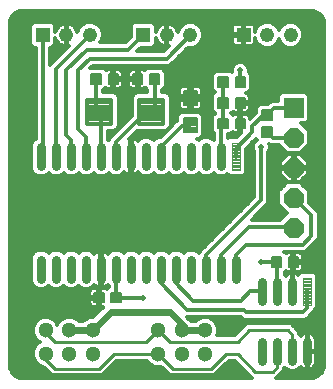
<source format=gtl>
G75*
%MOIN*%
%OFA0B0*%
%FSLAX25Y25*%
%IPPOS*%
%LPD*%
%AMOC8*
5,1,8,0,0,1.08239X$1,22.5*
%
%ADD10R,0.06600X0.06600*%
%ADD11OC8,0.06600*%
%ADD12C,0.00561*%
%ADD13C,0.00750*%
%ADD14C,0.00472*%
%ADD15C,0.03150*%
%ADD16C,0.05118*%
%ADD17R,0.04800X0.04800*%
%ADD18C,0.04800*%
%ADD19C,0.01417*%
%ADD20C,0.01969*%
%ADD21C,0.01200*%
%ADD22C,0.02362*%
%ADD23C,0.01181*%
%ADD24C,0.00984*%
%ADD25C,0.02362*%
D10*
X0113349Y0110626D03*
D11*
X0113349Y0100626D03*
X0113349Y0090626D03*
X0113349Y0080626D03*
X0113349Y0070626D03*
D12*
X0114841Y0057540D02*
X0111661Y0057540D01*
X0111661Y0060720D01*
X0114841Y0060720D01*
X0114841Y0057540D01*
X0114841Y0058100D02*
X0111661Y0058100D01*
X0111661Y0058660D02*
X0114841Y0058660D01*
X0114841Y0059220D02*
X0111661Y0059220D01*
X0111661Y0059780D02*
X0114841Y0059780D01*
X0114841Y0060340D02*
X0111661Y0060340D01*
X0109132Y0057540D02*
X0105952Y0057540D01*
X0105952Y0060720D01*
X0109132Y0060720D01*
X0109132Y0057540D01*
X0109132Y0058100D02*
X0105952Y0058100D01*
X0105952Y0058660D02*
X0109132Y0058660D01*
X0109132Y0059220D02*
X0105952Y0059220D01*
X0105952Y0059780D02*
X0109132Y0059780D01*
X0109132Y0060340D02*
X0105952Y0060340D01*
X0102901Y0100945D02*
X0102901Y0104125D01*
X0106081Y0104125D01*
X0106081Y0100945D01*
X0102901Y0100945D01*
X0102901Y0101505D02*
X0106081Y0101505D01*
X0106081Y0102065D02*
X0102901Y0102065D01*
X0102901Y0102625D02*
X0106081Y0102625D01*
X0106081Y0103185D02*
X0102901Y0103185D01*
X0102901Y0103745D02*
X0106081Y0103745D01*
X0102901Y0106654D02*
X0102901Y0109834D01*
X0106081Y0109834D01*
X0106081Y0106654D01*
X0102901Y0106654D01*
X0102901Y0107214D02*
X0106081Y0107214D01*
X0106081Y0107774D02*
X0102901Y0107774D01*
X0102901Y0108334D02*
X0106081Y0108334D01*
X0106081Y0108894D02*
X0102901Y0108894D01*
X0102901Y0109454D02*
X0106081Y0109454D01*
X0097124Y0113870D02*
X0093944Y0113870D01*
X0097124Y0113870D02*
X0097124Y0110690D01*
X0093944Y0110690D01*
X0093944Y0113870D01*
X0093944Y0111250D02*
X0097124Y0111250D01*
X0097124Y0111810D02*
X0093944Y0111810D01*
X0093944Y0112370D02*
X0097124Y0112370D01*
X0097124Y0112930D02*
X0093944Y0112930D01*
X0093944Y0113490D02*
X0097124Y0113490D01*
X0097124Y0120759D02*
X0093944Y0120759D01*
X0097124Y0120759D02*
X0097124Y0117579D01*
X0093944Y0117579D01*
X0093944Y0120759D01*
X0093944Y0118139D02*
X0097124Y0118139D01*
X0097124Y0118699D02*
X0093944Y0118699D01*
X0093944Y0119259D02*
X0097124Y0119259D01*
X0097124Y0119819D02*
X0093944Y0119819D01*
X0093944Y0120379D02*
X0097124Y0120379D01*
X0091416Y0120759D02*
X0088236Y0120759D01*
X0091416Y0120759D02*
X0091416Y0117579D01*
X0088236Y0117579D01*
X0088236Y0120759D01*
X0088236Y0118139D02*
X0091416Y0118139D01*
X0091416Y0118699D02*
X0088236Y0118699D01*
X0088236Y0119259D02*
X0091416Y0119259D01*
X0091416Y0119819D02*
X0088236Y0119819D01*
X0088236Y0120379D02*
X0091416Y0120379D01*
X0091416Y0113870D02*
X0088236Y0113870D01*
X0091416Y0113870D02*
X0091416Y0110690D01*
X0088236Y0110690D01*
X0088236Y0113870D01*
X0088236Y0111250D02*
X0091416Y0111250D01*
X0091416Y0111810D02*
X0088236Y0111810D01*
X0088236Y0112370D02*
X0091416Y0112370D01*
X0091416Y0112930D02*
X0088236Y0112930D01*
X0088236Y0113490D02*
X0091416Y0113490D01*
X0091416Y0103800D02*
X0088236Y0103800D01*
X0088236Y0106980D01*
X0091416Y0106980D01*
X0091416Y0103800D01*
X0091416Y0104360D02*
X0088236Y0104360D01*
X0088236Y0104920D02*
X0091416Y0104920D01*
X0091416Y0105480D02*
X0088236Y0105480D01*
X0088236Y0106040D02*
X0091416Y0106040D01*
X0091416Y0106600D02*
X0088236Y0106600D01*
X0093944Y0103800D02*
X0097124Y0103800D01*
X0093944Y0103800D02*
X0093944Y0106980D01*
X0097124Y0106980D01*
X0097124Y0103800D01*
X0097124Y0104360D02*
X0093944Y0104360D01*
X0093944Y0104920D02*
X0097124Y0104920D01*
X0097124Y0105480D02*
X0093944Y0105480D01*
X0093944Y0106040D02*
X0097124Y0106040D01*
X0097124Y0106600D02*
X0093944Y0106600D01*
X0068581Y0121744D02*
X0065401Y0121744D01*
X0068581Y0121744D02*
X0068581Y0118564D01*
X0065401Y0118564D01*
X0065401Y0121744D01*
X0065401Y0119124D02*
X0068581Y0119124D01*
X0068581Y0119684D02*
X0065401Y0119684D01*
X0065401Y0120244D02*
X0068581Y0120244D01*
X0068581Y0120804D02*
X0065401Y0120804D01*
X0065401Y0121364D02*
X0068581Y0121364D01*
X0062872Y0121744D02*
X0059692Y0121744D01*
X0062872Y0121744D02*
X0062872Y0118564D01*
X0059692Y0118564D01*
X0059692Y0121744D01*
X0059692Y0119124D02*
X0062872Y0119124D01*
X0062872Y0119684D02*
X0059692Y0119684D01*
X0059692Y0120244D02*
X0062872Y0120244D01*
X0062872Y0120804D02*
X0059692Y0120804D01*
X0059692Y0121364D02*
X0062872Y0121364D01*
X0054802Y0118564D02*
X0051622Y0118564D01*
X0051622Y0121744D01*
X0054802Y0121744D01*
X0054802Y0118564D01*
X0054802Y0119124D02*
X0051622Y0119124D01*
X0051622Y0119684D02*
X0054802Y0119684D01*
X0054802Y0120244D02*
X0051622Y0120244D01*
X0051622Y0120804D02*
X0054802Y0120804D01*
X0054802Y0121364D02*
X0051622Y0121364D01*
X0049093Y0118564D02*
X0045913Y0118564D01*
X0045913Y0121744D01*
X0049093Y0121744D01*
X0049093Y0118564D01*
X0049093Y0119124D02*
X0045913Y0119124D01*
X0045913Y0119684D02*
X0049093Y0119684D01*
X0049093Y0120244D02*
X0045913Y0120244D01*
X0045913Y0120804D02*
X0049093Y0120804D01*
X0049093Y0121364D02*
X0045913Y0121364D01*
X0046897Y0048909D02*
X0050077Y0048909D01*
X0050077Y0045729D01*
X0046897Y0045729D01*
X0046897Y0048909D01*
X0046897Y0046289D02*
X0050077Y0046289D01*
X0050077Y0046849D02*
X0046897Y0046849D01*
X0046897Y0047409D02*
X0050077Y0047409D01*
X0050077Y0047969D02*
X0046897Y0047969D01*
X0046897Y0048529D02*
X0050077Y0048529D01*
X0052606Y0048909D02*
X0055786Y0048909D01*
X0055786Y0045729D01*
X0052606Y0045729D01*
X0052606Y0048909D01*
X0052606Y0046289D02*
X0055786Y0046289D01*
X0055786Y0046849D02*
X0052606Y0046849D01*
X0052606Y0047409D02*
X0055786Y0047409D01*
X0055786Y0047969D02*
X0052606Y0047969D01*
X0052606Y0048529D02*
X0055786Y0048529D01*
D13*
X0076775Y0107152D02*
X0081025Y0107152D01*
X0081025Y0102502D01*
X0076775Y0102502D01*
X0076775Y0107152D01*
X0076775Y0103251D02*
X0081025Y0103251D01*
X0081025Y0104000D02*
X0076775Y0104000D01*
X0076775Y0104749D02*
X0081025Y0104749D01*
X0081025Y0105498D02*
X0076775Y0105498D01*
X0076775Y0106247D02*
X0081025Y0106247D01*
X0081025Y0106996D02*
X0076775Y0106996D01*
X0076775Y0116152D02*
X0081025Y0116152D01*
X0081025Y0111502D01*
X0076775Y0111502D01*
X0076775Y0116152D01*
X0076775Y0112251D02*
X0081025Y0112251D01*
X0081025Y0113000D02*
X0076775Y0113000D01*
X0076775Y0113749D02*
X0081025Y0113749D01*
X0081025Y0114498D02*
X0076775Y0114498D01*
X0076775Y0115247D02*
X0081025Y0115247D01*
X0081025Y0115996D02*
X0076775Y0115996D01*
D14*
X0092790Y0098793D02*
X0092790Y0089817D01*
X0092790Y0098793D02*
X0095468Y0098793D01*
X0095468Y0089817D01*
X0092790Y0089817D01*
X0092790Y0090288D02*
X0095468Y0090288D01*
X0095468Y0090759D02*
X0092790Y0090759D01*
X0092790Y0091230D02*
X0095468Y0091230D01*
X0095468Y0091701D02*
X0092790Y0091701D01*
X0092790Y0092172D02*
X0095468Y0092172D01*
X0095468Y0092643D02*
X0092790Y0092643D01*
X0092790Y0093114D02*
X0095468Y0093114D01*
X0095468Y0093585D02*
X0092790Y0093585D01*
X0092790Y0094056D02*
X0095468Y0094056D01*
X0095468Y0094527D02*
X0092790Y0094527D01*
X0092790Y0094998D02*
X0095468Y0094998D01*
X0095468Y0095469D02*
X0092790Y0095469D01*
X0092790Y0095940D02*
X0095468Y0095940D01*
X0095468Y0096411D02*
X0092790Y0096411D01*
X0092790Y0096882D02*
X0095468Y0096882D01*
X0095468Y0097353D02*
X0092790Y0097353D01*
X0092790Y0097824D02*
X0095468Y0097824D01*
X0095468Y0098295D02*
X0092790Y0098295D01*
X0092790Y0098766D02*
X0095468Y0098766D01*
X0116558Y0053933D02*
X0116558Y0044957D01*
X0116558Y0053933D02*
X0119236Y0053933D01*
X0119236Y0044957D01*
X0116558Y0044957D01*
X0116558Y0045428D02*
X0119236Y0045428D01*
X0119236Y0045899D02*
X0116558Y0045899D01*
X0116558Y0046370D02*
X0119236Y0046370D01*
X0119236Y0046841D02*
X0116558Y0046841D01*
X0116558Y0047312D02*
X0119236Y0047312D01*
X0119236Y0047783D02*
X0116558Y0047783D01*
X0116558Y0048254D02*
X0119236Y0048254D01*
X0119236Y0048725D02*
X0116558Y0048725D01*
X0116558Y0049196D02*
X0119236Y0049196D01*
X0119236Y0049667D02*
X0116558Y0049667D01*
X0116558Y0050138D02*
X0119236Y0050138D01*
X0119236Y0050609D02*
X0116558Y0050609D01*
X0116558Y0051080D02*
X0119236Y0051080D01*
X0119236Y0051551D02*
X0116558Y0051551D01*
X0116558Y0052022D02*
X0119236Y0052022D01*
X0119236Y0052493D02*
X0116558Y0052493D01*
X0116558Y0052964D02*
X0119236Y0052964D01*
X0119236Y0053435D02*
X0116558Y0053435D01*
X0116558Y0053906D02*
X0119236Y0053906D01*
D15*
X0112897Y0052594D02*
X0112897Y0046296D01*
X0107897Y0046296D02*
X0107897Y0052594D01*
X0102897Y0052594D02*
X0102897Y0046296D01*
X0094129Y0053656D02*
X0094129Y0059954D01*
X0089129Y0059954D02*
X0089129Y0053656D01*
X0084129Y0053656D02*
X0084129Y0059954D01*
X0079129Y0059954D02*
X0079129Y0053656D01*
X0074129Y0053656D02*
X0074129Y0059954D01*
X0069129Y0059954D02*
X0069129Y0053656D01*
X0064129Y0053656D02*
X0064129Y0059954D01*
X0059129Y0059954D02*
X0059129Y0053656D01*
X0054129Y0053656D02*
X0054129Y0059954D01*
X0049129Y0059954D02*
X0049129Y0053656D01*
X0044129Y0053656D02*
X0044129Y0059954D01*
X0039129Y0059954D02*
X0039129Y0053656D01*
X0034129Y0053656D02*
X0034129Y0059954D01*
X0029129Y0059954D02*
X0029129Y0053656D01*
X0029129Y0091156D02*
X0029129Y0097454D01*
X0034129Y0097454D02*
X0034129Y0091156D01*
X0039129Y0091156D02*
X0039129Y0097454D01*
X0044129Y0097454D02*
X0044129Y0091156D01*
X0049129Y0091156D02*
X0049129Y0097454D01*
X0054129Y0097454D02*
X0054129Y0091156D01*
X0059129Y0091156D02*
X0059129Y0097454D01*
X0064129Y0097454D02*
X0064129Y0091156D01*
X0069129Y0091156D02*
X0069129Y0097454D01*
X0074129Y0097454D02*
X0074129Y0091156D01*
X0079129Y0091156D02*
X0079129Y0097454D01*
X0084129Y0097454D02*
X0084129Y0091156D01*
X0089129Y0091156D02*
X0089129Y0097454D01*
X0102897Y0032594D02*
X0102897Y0026296D01*
X0107897Y0026296D02*
X0107897Y0032594D01*
X0112897Y0032594D02*
X0112897Y0026296D01*
X0117897Y0026296D02*
X0117897Y0032594D01*
D16*
X0083822Y0036492D03*
X0083822Y0028618D03*
X0075948Y0028618D03*
X0075948Y0036492D03*
X0068074Y0036492D03*
X0068074Y0028618D03*
X0046420Y0028618D03*
X0046420Y0036492D03*
X0038546Y0036492D03*
X0038546Y0028618D03*
X0030672Y0028618D03*
X0030672Y0036492D03*
D17*
X0029688Y0134917D03*
X0063152Y0134917D03*
X0096617Y0134917D03*
D18*
X0104491Y0134917D03*
X0112365Y0134917D03*
X0078900Y0134917D03*
X0071026Y0134917D03*
X0045436Y0134917D03*
X0037562Y0134917D03*
D19*
X0044570Y0113343D02*
X0044570Y0105311D01*
X0044570Y0113343D02*
X0052602Y0113343D01*
X0052602Y0105311D01*
X0044570Y0105311D01*
X0044570Y0106727D02*
X0052602Y0106727D01*
X0052602Y0108143D02*
X0044570Y0108143D01*
X0044570Y0109559D02*
X0052602Y0109559D01*
X0052602Y0110975D02*
X0044570Y0110975D01*
X0044570Y0112391D02*
X0052602Y0112391D01*
X0061892Y0113343D02*
X0061892Y0105311D01*
X0061892Y0113343D02*
X0069924Y0113343D01*
X0069924Y0105311D01*
X0061892Y0105311D01*
X0061892Y0106727D02*
X0069924Y0106727D01*
X0069924Y0108143D02*
X0061892Y0108143D01*
X0061892Y0109559D02*
X0069924Y0109559D01*
X0069924Y0110975D02*
X0061892Y0110975D01*
X0061892Y0112391D02*
X0069924Y0112391D01*
D20*
X0076775Y0085075D03*
X0076775Y0081335D03*
X0076775Y0077594D03*
X0102523Y0059130D03*
X0102523Y0097516D03*
X0098674Y0109140D03*
X0095534Y0123106D03*
X0063152Y0047319D03*
D21*
X0020517Y0021267D02*
X0019385Y0022400D01*
X0018771Y0023880D01*
X0018693Y0024681D01*
X0018693Y0138854D01*
X0018771Y0139655D01*
X0019385Y0141135D01*
X0020517Y0142268D01*
X0021997Y0142881D01*
X0022798Y0142960D01*
X0119255Y0142960D01*
X0120056Y0142881D01*
X0121536Y0142268D01*
X0122668Y0141135D01*
X0123281Y0139655D01*
X0123360Y0138854D01*
X0123360Y0024681D01*
X0123281Y0023880D01*
X0122668Y0022400D01*
X0121536Y0021267D01*
X0120056Y0020654D01*
X0119255Y0020576D01*
X0107564Y0020576D01*
X0108846Y0021857D01*
X0110189Y0023200D01*
X0110189Y0023815D01*
X0110397Y0024023D01*
X0110985Y0023434D01*
X0112225Y0022920D01*
X0113568Y0022920D01*
X0114808Y0023434D01*
X0115688Y0024314D01*
X0116008Y0023994D01*
X0116493Y0023670D01*
X0117033Y0023447D01*
X0117605Y0023333D01*
X0117709Y0023333D01*
X0117709Y0029257D01*
X0118084Y0029257D01*
X0118084Y0023333D01*
X0118188Y0023333D01*
X0118761Y0023447D01*
X0119300Y0023670D01*
X0119785Y0023994D01*
X0120197Y0024407D01*
X0120522Y0024892D01*
X0120745Y0025431D01*
X0120859Y0026004D01*
X0120859Y0029257D01*
X0118084Y0029257D01*
X0118084Y0029632D01*
X0120859Y0029632D01*
X0120859Y0032886D01*
X0120745Y0033459D01*
X0120522Y0033998D01*
X0120197Y0034483D01*
X0119785Y0034895D01*
X0119300Y0035220D01*
X0118761Y0035443D01*
X0118188Y0035557D01*
X0118084Y0035557D01*
X0118084Y0029632D01*
X0117709Y0029632D01*
X0117709Y0035557D01*
X0117605Y0035557D01*
X0117033Y0035443D01*
X0116493Y0035220D01*
X0116008Y0034895D01*
X0115688Y0034575D01*
X0115189Y0035075D01*
X0115189Y0035926D01*
X0113673Y0037442D01*
X0112330Y0038784D01*
X0097636Y0038784D01*
X0093699Y0034847D01*
X0087859Y0034847D01*
X0088181Y0035625D01*
X0088181Y0037359D01*
X0087517Y0038961D01*
X0086291Y0040188D01*
X0084689Y0040851D01*
X0082955Y0040851D01*
X0081353Y0040188D01*
X0080638Y0039473D01*
X0079131Y0039473D01*
X0078489Y0040116D01*
X0078475Y0040149D01*
X0077636Y0040988D01*
X0077633Y0040991D01*
X0095627Y0040991D01*
X0096247Y0040371D01*
X0097126Y0040007D01*
X0116778Y0040007D01*
X0117656Y0040371D01*
X0118329Y0041043D01*
X0118329Y0041044D01*
X0119251Y0041966D01*
X0119923Y0042638D01*
X0120040Y0042920D01*
X0120079Y0042920D01*
X0121271Y0044113D01*
X0121271Y0054777D01*
X0120079Y0055969D01*
X0115715Y0055969D01*
X0114698Y0054953D01*
X0114300Y0055220D01*
X0113761Y0055443D01*
X0113188Y0055557D01*
X0113084Y0055557D01*
X0113084Y0049632D01*
X0112709Y0049632D01*
X0112709Y0055557D01*
X0112605Y0055557D01*
X0112033Y0055443D01*
X0111493Y0055220D01*
X0111008Y0054895D01*
X0110688Y0054575D01*
X0110287Y0054977D01*
X0110287Y0055753D01*
X0110702Y0056168D01*
X0111018Y0055986D01*
X0111442Y0055872D01*
X0112916Y0055872D01*
X0112916Y0058795D01*
X0113586Y0058795D01*
X0113586Y0059465D01*
X0116508Y0059465D01*
X0116508Y0060939D01*
X0116395Y0061363D01*
X0116175Y0061744D01*
X0115865Y0062054D01*
X0115484Y0062274D01*
X0115060Y0062387D01*
X0113586Y0062387D01*
X0113586Y0059465D01*
X0112916Y0059465D01*
X0112916Y0062387D01*
X0111442Y0062387D01*
X0111018Y0062274D01*
X0110702Y0062092D01*
X0110149Y0062645D01*
X0116778Y0062645D01*
X0117656Y0063009D01*
X0120609Y0065962D01*
X0121281Y0066634D01*
X0121645Y0067513D01*
X0121645Y0075196D01*
X0121281Y0076075D01*
X0118449Y0078907D01*
X0118449Y0082738D01*
X0115462Y0085726D01*
X0111237Y0085726D01*
X0108249Y0082738D01*
X0108249Y0078513D01*
X0111137Y0075626D01*
X0108842Y0073331D01*
X0099436Y0073331D01*
X0103877Y0077773D01*
X0104549Y0078445D01*
X0104913Y0079324D01*
X0104913Y0096011D01*
X0105307Y0096962D01*
X0105307Y0098070D01*
X0105096Y0098579D01*
X0105925Y0098235D01*
X0108527Y0098235D01*
X0111237Y0095526D01*
X0115462Y0095526D01*
X0118449Y0098513D01*
X0118449Y0102738D01*
X0115662Y0105526D01*
X0117395Y0105526D01*
X0118449Y0106580D01*
X0118449Y0114672D01*
X0117395Y0115726D01*
X0109304Y0115726D01*
X0108249Y0114672D01*
X0108249Y0113017D01*
X0106397Y0113017D01*
X0105519Y0112653D01*
X0104780Y0111914D01*
X0102040Y0111914D01*
X0100821Y0110695D01*
X0100821Y0109037D01*
X0098792Y0107008D01*
X0098792Y0107199D01*
X0098678Y0107623D01*
X0098459Y0108003D01*
X0098148Y0108314D01*
X0097768Y0108534D01*
X0097344Y0108647D01*
X0095869Y0108647D01*
X0095869Y0105725D01*
X0095199Y0105725D01*
X0095199Y0108647D01*
X0093725Y0108647D01*
X0093301Y0108534D01*
X0092985Y0108351D01*
X0092502Y0108835D01*
X0092985Y0109318D01*
X0093301Y0109136D01*
X0093725Y0109022D01*
X0095199Y0109022D01*
X0095199Y0111944D01*
X0095869Y0111944D01*
X0095869Y0109022D01*
X0097344Y0109022D01*
X0097768Y0109136D01*
X0098148Y0109355D01*
X0098459Y0109666D01*
X0098678Y0110046D01*
X0098792Y0110470D01*
X0098792Y0111944D01*
X0095869Y0111944D01*
X0095869Y0112615D01*
X0098792Y0112615D01*
X0098792Y0114089D01*
X0098678Y0114513D01*
X0098459Y0114893D01*
X0098148Y0115204D01*
X0097768Y0115423D01*
X0097484Y0115499D01*
X0097986Y0115499D01*
X0099204Y0116718D01*
X0099204Y0121621D01*
X0098305Y0122520D01*
X0098319Y0122552D01*
X0098319Y0123660D01*
X0097895Y0124683D01*
X0097111Y0125467D01*
X0096088Y0125891D01*
X0094981Y0125891D01*
X0093957Y0125467D01*
X0093174Y0124683D01*
X0092750Y0123660D01*
X0092750Y0122552D01*
X0092764Y0122520D01*
X0092680Y0122436D01*
X0092277Y0122839D01*
X0087374Y0122839D01*
X0086156Y0121621D01*
X0086156Y0116718D01*
X0087149Y0115724D01*
X0086156Y0114731D01*
X0086156Y0109828D01*
X0087149Y0108835D01*
X0086156Y0107841D01*
X0086156Y0102938D01*
X0086738Y0102356D01*
X0086738Y0099837D01*
X0086629Y0099727D01*
X0086041Y0100316D01*
X0084800Y0100830D01*
X0083458Y0100830D01*
X0082217Y0100316D01*
X0081629Y0099727D01*
X0081041Y0100316D01*
X0081014Y0100327D01*
X0081926Y0100327D01*
X0083200Y0101601D01*
X0083200Y0108053D01*
X0081926Y0109327D01*
X0075875Y0109327D01*
X0074600Y0108053D01*
X0074600Y0106435D01*
X0074594Y0106432D01*
X0073921Y0105760D01*
X0068991Y0100830D01*
X0068458Y0100830D01*
X0067217Y0100316D01*
X0066629Y0099727D01*
X0066041Y0100316D01*
X0064800Y0100830D01*
X0063458Y0100830D01*
X0062217Y0100316D01*
X0061337Y0099436D01*
X0061017Y0099756D01*
X0060532Y0100080D01*
X0059993Y0100303D01*
X0059421Y0100417D01*
X0059316Y0100417D01*
X0059316Y0094493D01*
X0058941Y0094493D01*
X0058941Y0100417D01*
X0058837Y0100417D01*
X0058551Y0100360D01*
X0061110Y0102920D01*
X0061394Y0102802D01*
X0070423Y0102802D01*
X0071345Y0103184D01*
X0072051Y0103890D01*
X0072433Y0104812D01*
X0072433Y0113842D01*
X0072051Y0114764D01*
X0071345Y0115469D01*
X0070423Y0115851D01*
X0069382Y0115851D01*
X0069382Y0116483D01*
X0069442Y0116483D01*
X0070661Y0117702D01*
X0070661Y0122605D01*
X0069442Y0123824D01*
X0064540Y0123824D01*
X0063831Y0123115D01*
X0063516Y0123297D01*
X0063092Y0123411D01*
X0061617Y0123411D01*
X0061617Y0120489D01*
X0060947Y0120489D01*
X0060947Y0123411D01*
X0059473Y0123411D01*
X0059049Y0123297D01*
X0058669Y0123078D01*
X0058358Y0122767D01*
X0058139Y0122387D01*
X0058025Y0121963D01*
X0058025Y0120489D01*
X0060947Y0120489D01*
X0060947Y0119818D01*
X0061617Y0119818D01*
X0061617Y0116896D01*
X0063092Y0116896D01*
X0063516Y0117010D01*
X0063831Y0117192D01*
X0064540Y0116483D01*
X0064600Y0116483D01*
X0064600Y0115851D01*
X0061394Y0115851D01*
X0060472Y0115469D01*
X0059766Y0114764D01*
X0059384Y0113842D01*
X0059384Y0107955D01*
X0052102Y0100673D01*
X0051768Y0099867D01*
X0051629Y0099727D01*
X0051519Y0099837D01*
X0051519Y0102802D01*
X0053100Y0102802D01*
X0054022Y0103184D01*
X0054728Y0103890D01*
X0055110Y0104812D01*
X0055110Y0113842D01*
X0054728Y0114764D01*
X0054022Y0115469D01*
X0053100Y0115851D01*
X0049893Y0115851D01*
X0049893Y0116483D01*
X0049954Y0116483D01*
X0050663Y0117192D01*
X0050978Y0117010D01*
X0051402Y0116896D01*
X0052876Y0116896D01*
X0052876Y0119818D01*
X0053547Y0119818D01*
X0053547Y0120489D01*
X0052876Y0120489D01*
X0052876Y0123411D01*
X0051402Y0123411D01*
X0050978Y0123297D01*
X0050663Y0123115D01*
X0049954Y0123824D01*
X0045597Y0123824D01*
X0046426Y0124653D01*
X0071502Y0124653D01*
X0072381Y0125017D01*
X0078081Y0130717D01*
X0079736Y0130717D01*
X0081280Y0131357D01*
X0082461Y0132538D01*
X0083100Y0134082D01*
X0083100Y0135753D01*
X0082461Y0137296D01*
X0081280Y0138478D01*
X0079736Y0139117D01*
X0078065Y0139117D01*
X0076521Y0138478D01*
X0075340Y0137296D01*
X0074715Y0135788D01*
X0074668Y0136022D01*
X0074383Y0136711D01*
X0073968Y0137332D01*
X0073441Y0137859D01*
X0072820Y0138274D01*
X0072131Y0138559D01*
X0071399Y0138705D01*
X0071226Y0138705D01*
X0071226Y0135117D01*
X0070826Y0135117D01*
X0070826Y0138705D01*
X0070653Y0138705D01*
X0069922Y0138559D01*
X0069232Y0138274D01*
X0068612Y0137859D01*
X0068085Y0137332D01*
X0067670Y0136711D01*
X0067385Y0136022D01*
X0067352Y0135860D01*
X0067352Y0138063D01*
X0066298Y0139117D01*
X0060007Y0139117D01*
X0058952Y0138063D01*
X0058952Y0134098D01*
X0057241Y0132387D01*
X0048845Y0132387D01*
X0048997Y0132538D01*
X0049636Y0134082D01*
X0049636Y0135753D01*
X0048997Y0137296D01*
X0047815Y0138478D01*
X0046271Y0139117D01*
X0044600Y0139117D01*
X0043057Y0138478D01*
X0041875Y0137296D01*
X0041250Y0135788D01*
X0041204Y0136022D01*
X0040918Y0136711D01*
X0040504Y0137332D01*
X0039976Y0137859D01*
X0039356Y0138274D01*
X0038667Y0138559D01*
X0037935Y0138705D01*
X0037762Y0138705D01*
X0037762Y0135117D01*
X0037362Y0135117D01*
X0037362Y0138705D01*
X0037189Y0138705D01*
X0036457Y0138559D01*
X0035768Y0138274D01*
X0035148Y0137859D01*
X0034620Y0137332D01*
X0034206Y0136711D01*
X0033920Y0136022D01*
X0033888Y0135860D01*
X0033888Y0138063D01*
X0032833Y0139117D01*
X0026542Y0139117D01*
X0025488Y0138063D01*
X0025488Y0131772D01*
X0026542Y0130717D01*
X0027297Y0130717D01*
X0027297Y0100349D01*
X0027217Y0100316D01*
X0026268Y0099366D01*
X0025754Y0098126D01*
X0025754Y0090484D01*
X0026268Y0089244D01*
X0027217Y0088294D01*
X0028458Y0087781D01*
X0029800Y0087781D01*
X0031041Y0088294D01*
X0031629Y0088883D01*
X0032217Y0088294D01*
X0033458Y0087781D01*
X0034800Y0087781D01*
X0036041Y0088294D01*
X0036629Y0088883D01*
X0037217Y0088294D01*
X0038458Y0087781D01*
X0039800Y0087781D01*
X0041041Y0088294D01*
X0041629Y0088883D01*
X0042217Y0088294D01*
X0043458Y0087781D01*
X0044800Y0087781D01*
X0046041Y0088294D01*
X0046629Y0088883D01*
X0047217Y0088294D01*
X0048458Y0087781D01*
X0049800Y0087781D01*
X0051041Y0088294D01*
X0051629Y0088883D01*
X0052217Y0088294D01*
X0053458Y0087781D01*
X0054800Y0087781D01*
X0056041Y0088294D01*
X0056921Y0089175D01*
X0057241Y0088855D01*
X0057726Y0088530D01*
X0058265Y0088307D01*
X0058837Y0088193D01*
X0058941Y0088193D01*
X0058941Y0094118D01*
X0059316Y0094118D01*
X0059316Y0088193D01*
X0059421Y0088193D01*
X0059993Y0088307D01*
X0060532Y0088530D01*
X0061017Y0088855D01*
X0061337Y0089175D01*
X0062217Y0088294D01*
X0063458Y0087781D01*
X0064800Y0087781D01*
X0066041Y0088294D01*
X0066629Y0088883D01*
X0067217Y0088294D01*
X0068458Y0087781D01*
X0069800Y0087781D01*
X0071041Y0088294D01*
X0071629Y0088883D01*
X0072217Y0088294D01*
X0073458Y0087781D01*
X0074800Y0087781D01*
X0076041Y0088294D01*
X0076629Y0088883D01*
X0077217Y0088294D01*
X0078458Y0087781D01*
X0079800Y0087781D01*
X0081041Y0088294D01*
X0081629Y0088883D01*
X0082217Y0088294D01*
X0083458Y0087781D01*
X0084800Y0087781D01*
X0086041Y0088294D01*
X0086629Y0088883D01*
X0087217Y0088294D01*
X0088458Y0087781D01*
X0089800Y0087781D01*
X0091041Y0088294D01*
X0091237Y0088491D01*
X0091947Y0087781D01*
X0096311Y0087781D01*
X0097504Y0088973D01*
X0097504Y0096990D01*
X0100821Y0100307D01*
X0100821Y0100084D01*
X0101004Y0099901D01*
X0100945Y0099876D01*
X0100162Y0099093D01*
X0099738Y0098070D01*
X0099738Y0096962D01*
X0100132Y0096011D01*
X0100132Y0080789D01*
X0082102Y0062760D01*
X0082061Y0062659D01*
X0081629Y0062227D01*
X0081041Y0062816D01*
X0079800Y0063330D01*
X0078458Y0063330D01*
X0077217Y0062816D01*
X0076629Y0062227D01*
X0076041Y0062816D01*
X0074800Y0063330D01*
X0073458Y0063330D01*
X0072217Y0062816D01*
X0071629Y0062227D01*
X0071041Y0062816D01*
X0069800Y0063330D01*
X0068458Y0063330D01*
X0067217Y0062816D01*
X0066629Y0062227D01*
X0066041Y0062816D01*
X0064800Y0063330D01*
X0063458Y0063330D01*
X0062217Y0062816D01*
X0061629Y0062227D01*
X0061041Y0062816D01*
X0059800Y0063330D01*
X0058458Y0063330D01*
X0057217Y0062816D01*
X0056629Y0062227D01*
X0056041Y0062816D01*
X0054800Y0063330D01*
X0053458Y0063330D01*
X0052217Y0062816D01*
X0051337Y0061936D01*
X0051017Y0062256D01*
X0050532Y0062580D01*
X0049993Y0062803D01*
X0049421Y0062917D01*
X0049316Y0062917D01*
X0049316Y0056993D01*
X0048941Y0056993D01*
X0048941Y0062917D01*
X0048837Y0062917D01*
X0048265Y0062803D01*
X0047726Y0062580D01*
X0047241Y0062256D01*
X0046921Y0061936D01*
X0046041Y0062816D01*
X0044800Y0063330D01*
X0043458Y0063330D01*
X0042217Y0062816D01*
X0041629Y0062227D01*
X0041041Y0062816D01*
X0039800Y0063330D01*
X0038458Y0063330D01*
X0037217Y0062816D01*
X0036629Y0062227D01*
X0036041Y0062816D01*
X0034800Y0063330D01*
X0033458Y0063330D01*
X0032217Y0062816D01*
X0031629Y0062227D01*
X0031041Y0062816D01*
X0029800Y0063330D01*
X0028458Y0063330D01*
X0027217Y0062816D01*
X0026268Y0061866D01*
X0025754Y0060626D01*
X0025754Y0052984D01*
X0026268Y0051744D01*
X0027217Y0050794D01*
X0028458Y0050281D01*
X0029800Y0050281D01*
X0031041Y0050794D01*
X0031629Y0051383D01*
X0032217Y0050794D01*
X0033458Y0050281D01*
X0034800Y0050281D01*
X0036041Y0050794D01*
X0036629Y0051383D01*
X0037217Y0050794D01*
X0038458Y0050281D01*
X0039800Y0050281D01*
X0041041Y0050794D01*
X0041629Y0051383D01*
X0042217Y0050794D01*
X0043458Y0050281D01*
X0044800Y0050281D01*
X0046041Y0050794D01*
X0046921Y0051675D01*
X0047241Y0051355D01*
X0047726Y0051030D01*
X0048265Y0050807D01*
X0048837Y0050693D01*
X0048941Y0050693D01*
X0048941Y0056618D01*
X0049316Y0056618D01*
X0049316Y0050693D01*
X0049421Y0050693D01*
X0049993Y0050807D01*
X0050532Y0051030D01*
X0051017Y0051355D01*
X0051337Y0051675D01*
X0051805Y0051206D01*
X0051805Y0050989D01*
X0051744Y0050989D01*
X0051036Y0050281D01*
X0050720Y0050463D01*
X0050296Y0050576D01*
X0048822Y0050576D01*
X0048822Y0047654D01*
X0048152Y0047654D01*
X0048152Y0050576D01*
X0046678Y0050576D01*
X0046254Y0050463D01*
X0045873Y0050243D01*
X0045563Y0049933D01*
X0045343Y0049552D01*
X0045230Y0049128D01*
X0045230Y0047654D01*
X0048152Y0047654D01*
X0048152Y0046984D01*
X0045230Y0046984D01*
X0045230Y0045510D01*
X0045343Y0045086D01*
X0045563Y0044705D01*
X0045873Y0044395D01*
X0046254Y0044175D01*
X0046678Y0044061D01*
X0048152Y0044061D01*
X0048152Y0046984D01*
X0048822Y0046984D01*
X0048822Y0044061D01*
X0049774Y0044061D01*
X0046563Y0040851D01*
X0045553Y0040851D01*
X0043951Y0040188D01*
X0043237Y0039473D01*
X0041730Y0039473D01*
X0041015Y0040188D01*
X0039413Y0040851D01*
X0037679Y0040851D01*
X0036077Y0040188D01*
X0034851Y0038961D01*
X0034609Y0038378D01*
X0034368Y0038961D01*
X0033141Y0040188D01*
X0031539Y0040851D01*
X0029805Y0040851D01*
X0028203Y0040188D01*
X0026977Y0038961D01*
X0026313Y0037359D01*
X0026313Y0035625D01*
X0026977Y0034023D01*
X0028203Y0032797D01*
X0028786Y0032555D01*
X0028203Y0032314D01*
X0026977Y0031087D01*
X0026313Y0029485D01*
X0026313Y0027751D01*
X0026977Y0026149D01*
X0028203Y0024923D01*
X0029805Y0024259D01*
X0029821Y0024259D01*
X0031333Y0022747D01*
X0032675Y0021405D01*
X0049338Y0021405D01*
X0050681Y0022747D01*
X0054259Y0026326D01*
X0064305Y0026326D01*
X0064378Y0026149D01*
X0065605Y0024923D01*
X0067207Y0024259D01*
X0068941Y0024259D01*
X0069118Y0024332D01*
X0070703Y0022747D01*
X0072046Y0021405D01*
X0086740Y0021405D01*
X0091661Y0026326D01*
X0093699Y0026326D01*
X0098262Y0021763D01*
X0099450Y0020576D01*
X0022798Y0020576D01*
X0021997Y0020654D01*
X0020517Y0021267D01*
X0020746Y0021173D02*
X0098852Y0021173D01*
X0097654Y0022371D02*
X0087706Y0022371D01*
X0088905Y0023570D02*
X0096455Y0023570D01*
X0095257Y0024768D02*
X0090103Y0024768D01*
X0091302Y0025967D02*
X0094058Y0025967D01*
X0094407Y0035555D02*
X0088152Y0035555D01*
X0088181Y0036753D02*
X0095605Y0036753D01*
X0096804Y0037952D02*
X0087935Y0037952D01*
X0087328Y0039150D02*
X0123360Y0039150D01*
X0123360Y0037952D02*
X0113163Y0037952D01*
X0114361Y0036753D02*
X0123360Y0036753D01*
X0123360Y0035555D02*
X0118198Y0035555D01*
X0118084Y0035555D02*
X0117709Y0035555D01*
X0117595Y0035555D02*
X0115189Y0035555D01*
X0117709Y0034356D02*
X0118084Y0034356D01*
X0118084Y0033158D02*
X0117709Y0033158D01*
X0117709Y0031959D02*
X0118084Y0031959D01*
X0118084Y0030761D02*
X0117709Y0030761D01*
X0118084Y0029562D02*
X0123360Y0029562D01*
X0123360Y0028364D02*
X0120859Y0028364D01*
X0120859Y0027165D02*
X0123360Y0027165D01*
X0123360Y0025967D02*
X0120851Y0025967D01*
X0120439Y0024768D02*
X0123360Y0024768D01*
X0123153Y0023570D02*
X0119057Y0023570D01*
X0118084Y0023570D02*
X0117709Y0023570D01*
X0116736Y0023570D02*
X0114944Y0023570D01*
X0117709Y0024768D02*
X0118084Y0024768D01*
X0118084Y0025967D02*
X0117709Y0025967D01*
X0117709Y0027165D02*
X0118084Y0027165D01*
X0118084Y0028364D02*
X0117709Y0028364D01*
X0120859Y0030761D02*
X0123360Y0030761D01*
X0123360Y0031959D02*
X0120859Y0031959D01*
X0120805Y0033158D02*
X0123360Y0033158D01*
X0123360Y0034356D02*
X0120282Y0034356D01*
X0117603Y0040349D02*
X0123360Y0040349D01*
X0123360Y0041547D02*
X0118832Y0041547D01*
X0119251Y0041966D02*
X0119251Y0041966D01*
X0119968Y0042746D02*
X0123360Y0042746D01*
X0123360Y0043944D02*
X0121102Y0043944D01*
X0121271Y0045143D02*
X0123360Y0045143D01*
X0123360Y0046341D02*
X0121271Y0046341D01*
X0121271Y0047540D02*
X0123360Y0047540D01*
X0123360Y0048738D02*
X0121271Y0048738D01*
X0121271Y0049937D02*
X0123360Y0049937D01*
X0123360Y0051135D02*
X0121271Y0051135D01*
X0121271Y0052334D02*
X0123360Y0052334D01*
X0123360Y0053532D02*
X0121271Y0053532D01*
X0121271Y0054731D02*
X0123360Y0054731D01*
X0123360Y0055929D02*
X0120118Y0055929D01*
X0123360Y0057128D02*
X0116457Y0057128D01*
X0116508Y0057321D02*
X0116508Y0058795D01*
X0113586Y0058795D01*
X0113586Y0055872D01*
X0115060Y0055872D01*
X0115484Y0055986D01*
X0115865Y0056206D01*
X0116175Y0056516D01*
X0116395Y0056897D01*
X0116508Y0057321D01*
X0116508Y0058326D02*
X0123360Y0058326D01*
X0123360Y0059525D02*
X0116508Y0059525D01*
X0116508Y0060723D02*
X0123360Y0060723D01*
X0123360Y0061922D02*
X0115997Y0061922D01*
X0117768Y0063121D02*
X0123360Y0063121D01*
X0123360Y0064319D02*
X0118966Y0064319D01*
X0120165Y0065518D02*
X0123360Y0065518D01*
X0123360Y0066716D02*
X0121315Y0066716D01*
X0121645Y0067915D02*
X0123360Y0067915D01*
X0123360Y0069113D02*
X0121645Y0069113D01*
X0121645Y0070312D02*
X0123360Y0070312D01*
X0123360Y0071510D02*
X0121645Y0071510D01*
X0121645Y0072709D02*
X0123360Y0072709D01*
X0123360Y0073907D02*
X0121645Y0073907D01*
X0121645Y0075106D02*
X0123360Y0075106D01*
X0123360Y0076304D02*
X0121052Y0076304D01*
X0119853Y0077503D02*
X0123360Y0077503D01*
X0123360Y0078701D02*
X0118655Y0078701D01*
X0118449Y0079900D02*
X0123360Y0079900D01*
X0123360Y0081098D02*
X0118449Y0081098D01*
X0118449Y0082297D02*
X0123360Y0082297D01*
X0123360Y0083495D02*
X0117693Y0083495D01*
X0116494Y0084694D02*
X0123360Y0084694D01*
X0123360Y0085892D02*
X0104913Y0085892D01*
X0104913Y0084694D02*
X0110205Y0084694D01*
X0109006Y0083495D02*
X0104913Y0083495D01*
X0104913Y0082297D02*
X0108249Y0082297D01*
X0108249Y0081098D02*
X0104913Y0081098D01*
X0104913Y0079900D02*
X0108249Y0079900D01*
X0108249Y0078701D02*
X0104655Y0078701D01*
X0103607Y0077503D02*
X0109260Y0077503D01*
X0110459Y0076304D02*
X0102408Y0076304D01*
X0101210Y0075106D02*
X0110616Y0075106D01*
X0109418Y0073907D02*
X0100011Y0073907D01*
X0096845Y0077503D02*
X0018693Y0077503D01*
X0018693Y0078701D02*
X0098044Y0078701D01*
X0099242Y0079900D02*
X0018693Y0079900D01*
X0018693Y0081098D02*
X0100132Y0081098D01*
X0100132Y0082297D02*
X0018693Y0082297D01*
X0018693Y0083495D02*
X0100132Y0083495D01*
X0100132Y0084694D02*
X0018693Y0084694D01*
X0018693Y0085892D02*
X0100132Y0085892D01*
X0100132Y0087091D02*
X0018693Y0087091D01*
X0018693Y0088289D02*
X0027230Y0088289D01*
X0026167Y0089488D02*
X0018693Y0089488D01*
X0018693Y0090686D02*
X0025754Y0090686D01*
X0025754Y0091885D02*
X0018693Y0091885D01*
X0018693Y0093083D02*
X0025754Y0093083D01*
X0025754Y0094282D02*
X0018693Y0094282D01*
X0018693Y0095480D02*
X0025754Y0095480D01*
X0025754Y0096679D02*
X0018693Y0096679D01*
X0018693Y0097877D02*
X0025754Y0097877D01*
X0026147Y0099076D02*
X0018693Y0099076D01*
X0018693Y0100274D02*
X0027176Y0100274D01*
X0027297Y0101473D02*
X0018693Y0101473D01*
X0018693Y0102671D02*
X0027297Y0102671D01*
X0027297Y0103870D02*
X0018693Y0103870D01*
X0018693Y0105068D02*
X0027297Y0105068D01*
X0027297Y0106267D02*
X0018693Y0106267D01*
X0018693Y0107465D02*
X0027297Y0107465D01*
X0027297Y0108664D02*
X0018693Y0108664D01*
X0018693Y0109862D02*
X0027297Y0109862D01*
X0027297Y0111061D02*
X0018693Y0111061D01*
X0018693Y0112259D02*
X0027297Y0112259D01*
X0027297Y0113458D02*
X0018693Y0113458D01*
X0018693Y0114656D02*
X0027297Y0114656D01*
X0027297Y0115855D02*
X0018693Y0115855D01*
X0018693Y0117054D02*
X0027297Y0117054D01*
X0027297Y0118252D02*
X0018693Y0118252D01*
X0018693Y0119451D02*
X0027297Y0119451D01*
X0027297Y0120649D02*
X0018693Y0120649D01*
X0018693Y0121848D02*
X0027297Y0121848D01*
X0027297Y0123046D02*
X0018693Y0123046D01*
X0018693Y0124245D02*
X0027297Y0124245D01*
X0027297Y0125443D02*
X0018693Y0125443D01*
X0018693Y0126642D02*
X0027297Y0126642D01*
X0027297Y0127840D02*
X0018693Y0127840D01*
X0018693Y0129039D02*
X0027297Y0129039D01*
X0027297Y0130237D02*
X0018693Y0130237D01*
X0018693Y0131436D02*
X0025824Y0131436D01*
X0025488Y0132634D02*
X0018693Y0132634D01*
X0018693Y0133833D02*
X0025488Y0133833D01*
X0025488Y0135031D02*
X0018693Y0135031D01*
X0018693Y0136230D02*
X0025488Y0136230D01*
X0025488Y0137428D02*
X0018693Y0137428D01*
X0018693Y0138627D02*
X0026052Y0138627D01*
X0020472Y0142222D02*
X0121581Y0142222D01*
X0122715Y0141024D02*
X0019338Y0141024D01*
X0018842Y0139825D02*
X0123211Y0139825D01*
X0123360Y0138627D02*
X0114385Y0138627D01*
X0114744Y0138478D02*
X0113200Y0139117D01*
X0111530Y0139117D01*
X0109986Y0138478D01*
X0108804Y0137296D01*
X0108428Y0136388D01*
X0108052Y0137296D01*
X0106870Y0138478D01*
X0105326Y0139117D01*
X0103656Y0139117D01*
X0102112Y0138478D01*
X0100930Y0137296D01*
X0100404Y0136026D01*
X0100404Y0137500D01*
X0100310Y0137853D01*
X0100127Y0138169D01*
X0099869Y0138428D01*
X0099553Y0138610D01*
X0099200Y0138705D01*
X0096817Y0138705D01*
X0096817Y0135117D01*
X0096417Y0135117D01*
X0096417Y0134717D01*
X0096817Y0134717D01*
X0096817Y0131130D01*
X0099200Y0131130D01*
X0099553Y0131224D01*
X0099869Y0131407D01*
X0100127Y0131665D01*
X0100310Y0131982D01*
X0100404Y0132335D01*
X0100404Y0133808D01*
X0100930Y0132538D01*
X0102112Y0131357D01*
X0103656Y0130717D01*
X0105326Y0130717D01*
X0106870Y0131357D01*
X0108052Y0132538D01*
X0108428Y0133447D01*
X0108804Y0132538D01*
X0109986Y0131357D01*
X0111530Y0130717D01*
X0113200Y0130717D01*
X0114744Y0131357D01*
X0115926Y0132538D01*
X0116565Y0134082D01*
X0116565Y0135753D01*
X0115926Y0137296D01*
X0114744Y0138478D01*
X0115794Y0137428D02*
X0123360Y0137428D01*
X0123360Y0136230D02*
X0116367Y0136230D01*
X0116565Y0135031D02*
X0123360Y0135031D01*
X0123360Y0133833D02*
X0116462Y0133833D01*
X0115965Y0132634D02*
X0123360Y0132634D01*
X0123360Y0131436D02*
X0114823Y0131436D01*
X0109907Y0131436D02*
X0106949Y0131436D01*
X0108091Y0132634D02*
X0108765Y0132634D01*
X0108936Y0137428D02*
X0107920Y0137428D01*
X0106511Y0138627D02*
X0110345Y0138627D01*
X0102471Y0138627D02*
X0099491Y0138627D01*
X0100404Y0137428D02*
X0101062Y0137428D01*
X0100489Y0136230D02*
X0100404Y0136230D01*
X0096817Y0136230D02*
X0096417Y0136230D01*
X0096417Y0135117D02*
X0096417Y0138705D01*
X0094034Y0138705D01*
X0093682Y0138610D01*
X0093365Y0138428D01*
X0093107Y0138169D01*
X0092924Y0137853D01*
X0092830Y0137500D01*
X0092830Y0135117D01*
X0096417Y0135117D01*
X0096417Y0135031D02*
X0083100Y0135031D01*
X0082997Y0133833D02*
X0092830Y0133833D01*
X0092830Y0134717D02*
X0092830Y0132335D01*
X0092924Y0131982D01*
X0093107Y0131665D01*
X0093365Y0131407D01*
X0093682Y0131224D01*
X0094034Y0131130D01*
X0096417Y0131130D01*
X0096417Y0134717D01*
X0092830Y0134717D01*
X0092830Y0136230D02*
X0082903Y0136230D01*
X0082329Y0137428D02*
X0092830Y0137428D01*
X0093743Y0138627D02*
X0080920Y0138627D01*
X0076881Y0138627D02*
X0071792Y0138627D01*
X0071226Y0138627D02*
X0070826Y0138627D01*
X0070261Y0138627D02*
X0066789Y0138627D01*
X0067352Y0137428D02*
X0068181Y0137428D01*
X0067471Y0136230D02*
X0067352Y0136230D01*
X0067352Y0133974D02*
X0067385Y0133813D01*
X0067670Y0133123D01*
X0068085Y0132503D01*
X0068612Y0131975D01*
X0069232Y0131561D01*
X0069922Y0131275D01*
X0070653Y0131130D01*
X0070826Y0131130D01*
X0070826Y0134717D01*
X0071226Y0134717D01*
X0071226Y0131130D01*
X0071399Y0131130D01*
X0071815Y0131213D01*
X0070036Y0129434D01*
X0061050Y0129434D01*
X0062333Y0130717D01*
X0066298Y0130717D01*
X0067352Y0131772D01*
X0067352Y0133974D01*
X0067352Y0133833D02*
X0067381Y0133833D01*
X0067352Y0132634D02*
X0067997Y0132634D01*
X0067016Y0131436D02*
X0069535Y0131436D01*
X0070826Y0131436D02*
X0071226Y0131436D01*
X0071226Y0132634D02*
X0070826Y0132634D01*
X0070826Y0133833D02*
X0071226Y0133833D01*
X0071226Y0136230D02*
X0070826Y0136230D01*
X0070826Y0137428D02*
X0071226Y0137428D01*
X0073872Y0137428D02*
X0075472Y0137428D01*
X0074898Y0136230D02*
X0074582Y0136230D01*
X0077601Y0130237D02*
X0123360Y0130237D01*
X0123360Y0129039D02*
X0076403Y0129039D01*
X0075204Y0127840D02*
X0123360Y0127840D01*
X0123360Y0126642D02*
X0074006Y0126642D01*
X0072807Y0125443D02*
X0093934Y0125443D01*
X0092992Y0124245D02*
X0046018Y0124245D01*
X0050524Y0117054D02*
X0050902Y0117054D01*
X0049893Y0115855D02*
X0064600Y0115855D01*
X0063970Y0117054D02*
X0063592Y0117054D01*
X0061617Y0117054D02*
X0060947Y0117054D01*
X0060947Y0116896D02*
X0060947Y0119818D01*
X0058025Y0119818D01*
X0058025Y0118344D01*
X0058139Y0117920D01*
X0058358Y0117540D01*
X0058669Y0117229D01*
X0059049Y0117010D01*
X0059473Y0116896D01*
X0060947Y0116896D01*
X0060947Y0118252D02*
X0061617Y0118252D01*
X0061617Y0119451D02*
X0060947Y0119451D01*
X0060947Y0120649D02*
X0061617Y0120649D01*
X0061617Y0121848D02*
X0060947Y0121848D01*
X0060947Y0123046D02*
X0061617Y0123046D01*
X0058637Y0123046D02*
X0055857Y0123046D01*
X0055825Y0123078D02*
X0055445Y0123297D01*
X0055021Y0123411D01*
X0053547Y0123411D01*
X0053547Y0120489D01*
X0056469Y0120489D01*
X0056469Y0121963D01*
X0056355Y0122387D01*
X0056136Y0122767D01*
X0055825Y0123078D01*
X0056469Y0121848D02*
X0058025Y0121848D01*
X0058025Y0120649D02*
X0056469Y0120649D01*
X0056469Y0119818D02*
X0053547Y0119818D01*
X0053547Y0116896D01*
X0055021Y0116896D01*
X0055445Y0117010D01*
X0055825Y0117229D01*
X0056136Y0117540D01*
X0056355Y0117920D01*
X0056469Y0118344D01*
X0056469Y0119818D01*
X0056469Y0119451D02*
X0058025Y0119451D01*
X0058050Y0118252D02*
X0056444Y0118252D01*
X0055521Y0117054D02*
X0058973Y0117054D01*
X0059722Y0114656D02*
X0054772Y0114656D01*
X0055110Y0113458D02*
X0059384Y0113458D01*
X0059384Y0112259D02*
X0055110Y0112259D01*
X0055110Y0111061D02*
X0059384Y0111061D01*
X0059384Y0109862D02*
X0055110Y0109862D01*
X0055110Y0108664D02*
X0059384Y0108664D01*
X0058895Y0107465D02*
X0055110Y0107465D01*
X0055110Y0106267D02*
X0057696Y0106267D01*
X0056498Y0105068D02*
X0055110Y0105068D01*
X0055299Y0103870D02*
X0054708Y0103870D01*
X0054101Y0102671D02*
X0051519Y0102671D01*
X0051519Y0101473D02*
X0052902Y0101473D01*
X0051937Y0100274D02*
X0051519Y0100274D01*
X0058941Y0100274D02*
X0059316Y0100274D01*
X0060062Y0100274D02*
X0062176Y0100274D01*
X0060862Y0102671D02*
X0070833Y0102671D01*
X0072031Y0103870D02*
X0072031Y0103870D01*
X0072433Y0105068D02*
X0073230Y0105068D01*
X0072433Y0106267D02*
X0074428Y0106267D01*
X0074600Y0107465D02*
X0072433Y0107465D01*
X0072433Y0108664D02*
X0075212Y0108664D01*
X0076090Y0109862D02*
X0072433Y0109862D01*
X0072433Y0111061D02*
X0075069Y0111061D01*
X0075013Y0111270D02*
X0075133Y0110822D01*
X0075365Y0110420D01*
X0075693Y0110091D01*
X0076095Y0109859D01*
X0076543Y0109739D01*
X0078301Y0109739D01*
X0078301Y0113227D01*
X0079500Y0113227D01*
X0079500Y0109739D01*
X0081258Y0109739D01*
X0081706Y0109859D01*
X0082108Y0110091D01*
X0082436Y0110420D01*
X0082668Y0110822D01*
X0082788Y0111270D01*
X0082788Y0113227D01*
X0079501Y0113227D01*
X0079501Y0114427D01*
X0082788Y0114427D01*
X0082788Y0116384D01*
X0082668Y0116832D01*
X0082436Y0117234D01*
X0082108Y0117562D01*
X0081706Y0117794D01*
X0081258Y0117914D01*
X0079500Y0117914D01*
X0079500Y0114427D01*
X0078301Y0114427D01*
X0078301Y0117914D01*
X0076543Y0117914D01*
X0076095Y0117794D01*
X0075693Y0117562D01*
X0075365Y0117234D01*
X0075133Y0116832D01*
X0075013Y0116384D01*
X0075013Y0114427D01*
X0078300Y0114427D01*
X0078300Y0113227D01*
X0075013Y0113227D01*
X0075013Y0111270D01*
X0075013Y0112259D02*
X0072433Y0112259D01*
X0072433Y0113458D02*
X0078300Y0113458D01*
X0078301Y0114656D02*
X0079500Y0114656D01*
X0079501Y0113458D02*
X0086156Y0113458D01*
X0086156Y0114656D02*
X0082788Y0114656D01*
X0082788Y0115855D02*
X0087019Y0115855D01*
X0086156Y0117054D02*
X0082540Y0117054D01*
X0079500Y0117054D02*
X0078301Y0117054D01*
X0078301Y0115855D02*
X0079500Y0115855D01*
X0079500Y0112259D02*
X0078301Y0112259D01*
X0078301Y0111061D02*
X0079500Y0111061D01*
X0079500Y0109862D02*
X0078301Y0109862D01*
X0081711Y0109862D02*
X0086156Y0109862D01*
X0086156Y0111061D02*
X0082732Y0111061D01*
X0082788Y0112259D02*
X0086156Y0112259D01*
X0086978Y0108664D02*
X0082589Y0108664D01*
X0083200Y0107465D02*
X0086156Y0107465D01*
X0086156Y0106267D02*
X0083200Y0106267D01*
X0083200Y0105068D02*
X0086156Y0105068D01*
X0086156Y0103870D02*
X0083200Y0103870D01*
X0083200Y0102671D02*
X0086423Y0102671D01*
X0086738Y0101473D02*
X0083073Y0101473D01*
X0082176Y0100274D02*
X0081082Y0100274D01*
X0086082Y0100274D02*
X0086738Y0100274D01*
X0091519Y0100402D02*
X0091519Y0101720D01*
X0092277Y0101720D01*
X0092985Y0102428D01*
X0093301Y0102246D01*
X0093725Y0102132D01*
X0095199Y0102132D01*
X0095199Y0105055D01*
X0095869Y0105055D01*
X0095869Y0102132D01*
X0095884Y0102132D01*
X0094582Y0100830D01*
X0091947Y0100830D01*
X0091519Y0100402D01*
X0091519Y0101473D02*
X0095225Y0101473D01*
X0095199Y0102671D02*
X0095869Y0102671D01*
X0095869Y0103870D02*
X0095199Y0103870D01*
X0095199Y0106267D02*
X0095869Y0106267D01*
X0095869Y0107465D02*
X0095199Y0107465D01*
X0092673Y0108664D02*
X0100447Y0108664D01*
X0100821Y0109862D02*
X0098572Y0109862D01*
X0098792Y0111061D02*
X0101186Y0111061D01*
X0098792Y0113458D02*
X0108249Y0113458D01*
X0108249Y0114656D02*
X0098595Y0114656D01*
X0098341Y0115855D02*
X0123360Y0115855D01*
X0123360Y0114656D02*
X0118449Y0114656D01*
X0118449Y0113458D02*
X0123360Y0113458D01*
X0123360Y0112259D02*
X0118449Y0112259D01*
X0118449Y0111061D02*
X0123360Y0111061D01*
X0123360Y0109862D02*
X0118449Y0109862D01*
X0118449Y0108664D02*
X0123360Y0108664D01*
X0123360Y0107465D02*
X0118449Y0107465D01*
X0118136Y0106267D02*
X0123360Y0106267D01*
X0123360Y0105068D02*
X0116119Y0105068D01*
X0117318Y0103870D02*
X0123360Y0103870D01*
X0123360Y0102671D02*
X0118449Y0102671D01*
X0118449Y0101473D02*
X0123360Y0101473D01*
X0123360Y0100274D02*
X0118449Y0100274D01*
X0118449Y0099076D02*
X0123360Y0099076D01*
X0123360Y0097877D02*
X0117813Y0097877D01*
X0116615Y0096679D02*
X0123360Y0096679D01*
X0123360Y0095480D02*
X0104913Y0095480D01*
X0104913Y0094282D02*
X0110376Y0094282D01*
X0111408Y0095313D02*
X0108662Y0092568D01*
X0108662Y0090912D01*
X0113063Y0090912D01*
X0113063Y0090340D01*
X0108662Y0090340D01*
X0108662Y0088684D01*
X0111408Y0085939D01*
X0113063Y0085939D01*
X0113063Y0090340D01*
X0113635Y0090340D01*
X0113635Y0085939D01*
X0115291Y0085939D01*
X0118037Y0088684D01*
X0118037Y0090340D01*
X0113635Y0090340D01*
X0113635Y0090912D01*
X0113063Y0090912D01*
X0113063Y0095313D01*
X0111408Y0095313D01*
X0110084Y0096679D02*
X0105190Y0096679D01*
X0105307Y0097877D02*
X0108885Y0097877D01*
X0109178Y0093083D02*
X0104913Y0093083D01*
X0104913Y0091885D02*
X0108662Y0091885D01*
X0108662Y0089488D02*
X0104913Y0089488D01*
X0104913Y0090686D02*
X0113063Y0090686D01*
X0113635Y0090686D02*
X0123360Y0090686D01*
X0123360Y0089488D02*
X0118037Y0089488D01*
X0117642Y0088289D02*
X0123360Y0088289D01*
X0123360Y0087091D02*
X0116443Y0087091D01*
X0113635Y0087091D02*
X0113063Y0087091D01*
X0113063Y0088289D02*
X0113635Y0088289D01*
X0113635Y0089488D02*
X0113063Y0089488D01*
X0113635Y0090912D02*
X0118037Y0090912D01*
X0118037Y0092568D01*
X0115291Y0095313D01*
X0113635Y0095313D01*
X0113635Y0090912D01*
X0113635Y0091885D02*
X0113063Y0091885D01*
X0113063Y0093083D02*
X0113635Y0093083D01*
X0113635Y0094282D02*
X0113063Y0094282D01*
X0116322Y0094282D02*
X0123360Y0094282D01*
X0123360Y0093083D02*
X0117521Y0093083D01*
X0118037Y0091885D02*
X0123360Y0091885D01*
X0110256Y0087091D02*
X0104913Y0087091D01*
X0104913Y0088289D02*
X0109057Y0088289D01*
X0100132Y0088289D02*
X0096819Y0088289D01*
X0097504Y0089488D02*
X0100132Y0089488D01*
X0100132Y0090686D02*
X0097504Y0090686D01*
X0097504Y0091885D02*
X0100132Y0091885D01*
X0100132Y0093083D02*
X0097504Y0093083D01*
X0097504Y0094282D02*
X0100132Y0094282D01*
X0100132Y0095480D02*
X0097504Y0095480D01*
X0097504Y0096679D02*
X0099856Y0096679D01*
X0099738Y0097877D02*
X0098391Y0097877D01*
X0099589Y0099076D02*
X0100155Y0099076D01*
X0100788Y0100274D02*
X0100821Y0100274D01*
X0099249Y0107465D02*
X0098720Y0107465D01*
X0095869Y0109862D02*
X0095199Y0109862D01*
X0095199Y0111061D02*
X0095869Y0111061D01*
X0095869Y0112259D02*
X0105126Y0112259D01*
X0099204Y0117054D02*
X0123360Y0117054D01*
X0123360Y0118252D02*
X0099204Y0118252D01*
X0099204Y0119451D02*
X0123360Y0119451D01*
X0123360Y0120649D02*
X0099204Y0120649D01*
X0098977Y0121848D02*
X0123360Y0121848D01*
X0123360Y0123046D02*
X0098319Y0123046D01*
X0098077Y0124245D02*
X0123360Y0124245D01*
X0123360Y0125443D02*
X0097135Y0125443D01*
X0092750Y0123046D02*
X0070220Y0123046D01*
X0070661Y0121848D02*
X0086383Y0121848D01*
X0086156Y0120649D02*
X0070661Y0120649D01*
X0070661Y0119451D02*
X0086156Y0119451D01*
X0086156Y0118252D02*
X0070661Y0118252D01*
X0070012Y0117054D02*
X0075261Y0117054D01*
X0075013Y0115855D02*
X0069382Y0115855D01*
X0072095Y0114656D02*
X0075013Y0114656D01*
X0069634Y0101473D02*
X0059664Y0101473D01*
X0059316Y0099076D02*
X0058941Y0099076D01*
X0058941Y0097877D02*
X0059316Y0097877D01*
X0059316Y0096679D02*
X0058941Y0096679D01*
X0058941Y0095480D02*
X0059316Y0095480D01*
X0059316Y0093083D02*
X0058941Y0093083D01*
X0058941Y0091885D02*
X0059316Y0091885D01*
X0059316Y0090686D02*
X0058941Y0090686D01*
X0058941Y0089488D02*
X0059316Y0089488D01*
X0059316Y0088289D02*
X0058941Y0088289D01*
X0058355Y0088289D02*
X0056028Y0088289D01*
X0059903Y0088289D02*
X0062230Y0088289D01*
X0066028Y0088289D02*
X0067230Y0088289D01*
X0071028Y0088289D02*
X0072230Y0088289D01*
X0076028Y0088289D02*
X0077230Y0088289D01*
X0081028Y0088289D02*
X0082230Y0088289D01*
X0086028Y0088289D02*
X0087230Y0088289D01*
X0091028Y0088289D02*
X0091438Y0088289D01*
X0095647Y0076304D02*
X0018693Y0076304D01*
X0018693Y0075106D02*
X0094448Y0075106D01*
X0093250Y0073907D02*
X0018693Y0073907D01*
X0018693Y0072709D02*
X0092051Y0072709D01*
X0090853Y0071510D02*
X0018693Y0071510D01*
X0018693Y0070312D02*
X0089654Y0070312D01*
X0088456Y0069113D02*
X0018693Y0069113D01*
X0018693Y0067915D02*
X0087257Y0067915D01*
X0086059Y0066716D02*
X0018693Y0066716D01*
X0018693Y0065518D02*
X0084860Y0065518D01*
X0083662Y0064319D02*
X0018693Y0064319D01*
X0018693Y0063121D02*
X0027953Y0063121D01*
X0026323Y0061922D02*
X0018693Y0061922D01*
X0018693Y0060723D02*
X0025794Y0060723D01*
X0025754Y0059525D02*
X0018693Y0059525D01*
X0018693Y0058326D02*
X0025754Y0058326D01*
X0025754Y0057128D02*
X0018693Y0057128D01*
X0018693Y0055929D02*
X0025754Y0055929D01*
X0025754Y0054731D02*
X0018693Y0054731D01*
X0018693Y0053532D02*
X0025754Y0053532D01*
X0026023Y0052334D02*
X0018693Y0052334D01*
X0018693Y0051135D02*
X0026876Y0051135D01*
X0031381Y0051135D02*
X0031876Y0051135D01*
X0036381Y0051135D02*
X0036876Y0051135D01*
X0041381Y0051135D02*
X0041876Y0051135D01*
X0045567Y0049937D02*
X0018693Y0049937D01*
X0018693Y0048738D02*
X0045230Y0048738D01*
X0046381Y0051135D02*
X0047569Y0051135D01*
X0048152Y0049937D02*
X0048822Y0049937D01*
X0048822Y0048738D02*
X0048152Y0048738D01*
X0048152Y0047540D02*
X0018693Y0047540D01*
X0018693Y0046341D02*
X0045230Y0046341D01*
X0045328Y0045143D02*
X0018693Y0045143D01*
X0018693Y0043944D02*
X0049656Y0043944D01*
X0048822Y0045143D02*
X0048152Y0045143D01*
X0048152Y0046341D02*
X0048822Y0046341D01*
X0048458Y0042746D02*
X0018693Y0042746D01*
X0018693Y0041547D02*
X0047259Y0041547D01*
X0044340Y0040349D02*
X0040626Y0040349D01*
X0036466Y0040349D02*
X0032752Y0040349D01*
X0034179Y0039150D02*
X0035040Y0039150D01*
X0028592Y0040349D02*
X0018693Y0040349D01*
X0018693Y0039150D02*
X0027166Y0039150D01*
X0026559Y0037952D02*
X0018693Y0037952D01*
X0018693Y0036753D02*
X0026313Y0036753D01*
X0026342Y0035555D02*
X0018693Y0035555D01*
X0018693Y0034356D02*
X0026839Y0034356D01*
X0027842Y0033158D02*
X0018693Y0033158D01*
X0018693Y0031959D02*
X0027849Y0031959D01*
X0026841Y0030761D02*
X0018693Y0030761D01*
X0018693Y0029562D02*
X0026345Y0029562D01*
X0026313Y0028364D02*
X0018693Y0028364D01*
X0018693Y0027165D02*
X0026556Y0027165D01*
X0027159Y0025967D02*
X0018693Y0025967D01*
X0018693Y0024768D02*
X0028576Y0024768D01*
X0030511Y0023570D02*
X0018900Y0023570D01*
X0019414Y0022371D02*
X0031709Y0022371D01*
X0050305Y0022371D02*
X0071079Y0022371D01*
X0069881Y0023570D02*
X0051503Y0023570D01*
X0050681Y0022747D02*
X0050681Y0022747D01*
X0052702Y0024768D02*
X0065978Y0024768D01*
X0064561Y0025967D02*
X0053900Y0025967D01*
X0051805Y0051135D02*
X0050689Y0051135D01*
X0049316Y0051135D02*
X0048941Y0051135D01*
X0048941Y0052334D02*
X0049316Y0052334D01*
X0049316Y0053532D02*
X0048941Y0053532D01*
X0048941Y0054731D02*
X0049316Y0054731D01*
X0049316Y0055929D02*
X0048941Y0055929D01*
X0048941Y0057128D02*
X0049316Y0057128D01*
X0049316Y0058326D02*
X0048941Y0058326D01*
X0048941Y0059525D02*
X0049316Y0059525D01*
X0049316Y0060723D02*
X0048941Y0060723D01*
X0048941Y0061922D02*
X0049316Y0061922D01*
X0052953Y0063121D02*
X0045305Y0063121D01*
X0042953Y0063121D02*
X0040305Y0063121D01*
X0037953Y0063121D02*
X0035305Y0063121D01*
X0032953Y0063121D02*
X0030305Y0063121D01*
X0031028Y0088289D02*
X0032230Y0088289D01*
X0036028Y0088289D02*
X0037230Y0088289D01*
X0041028Y0088289D02*
X0042230Y0088289D01*
X0046028Y0088289D02*
X0047230Y0088289D01*
X0051028Y0088289D02*
X0052230Y0088289D01*
X0066082Y0100274D02*
X0067176Y0100274D01*
X0053547Y0117054D02*
X0052876Y0117054D01*
X0052876Y0118252D02*
X0053547Y0118252D01*
X0053547Y0119451D02*
X0052876Y0119451D01*
X0052876Y0120649D02*
X0053547Y0120649D01*
X0053547Y0121848D02*
X0052876Y0121848D01*
X0052876Y0123046D02*
X0053547Y0123046D01*
X0057489Y0132634D02*
X0049036Y0132634D01*
X0049533Y0133833D02*
X0058687Y0133833D01*
X0058952Y0135031D02*
X0049636Y0135031D01*
X0049438Y0136230D02*
X0058952Y0136230D01*
X0058952Y0137428D02*
X0048865Y0137428D01*
X0047456Y0138627D02*
X0059516Y0138627D01*
X0061853Y0130237D02*
X0070840Y0130237D01*
X0081359Y0131436D02*
X0093337Y0131436D01*
X0092830Y0132634D02*
X0082501Y0132634D01*
X0096417Y0132634D02*
X0096817Y0132634D01*
X0096817Y0131436D02*
X0096417Y0131436D01*
X0096417Y0133833D02*
X0096817Y0133833D01*
X0096817Y0137428D02*
X0096417Y0137428D01*
X0096417Y0138627D02*
X0096817Y0138627D01*
X0100404Y0132634D02*
X0100891Y0132634D01*
X0099897Y0131436D02*
X0102033Y0131436D01*
X0043416Y0138627D02*
X0038327Y0138627D01*
X0037762Y0138627D02*
X0037362Y0138627D01*
X0036797Y0138627D02*
X0033324Y0138627D01*
X0033888Y0137428D02*
X0034717Y0137428D01*
X0034006Y0136230D02*
X0033888Y0136230D01*
X0033888Y0133974D02*
X0033920Y0133813D01*
X0034206Y0133123D01*
X0034620Y0132503D01*
X0035148Y0131975D01*
X0035768Y0131561D01*
X0036457Y0131275D01*
X0037189Y0131130D01*
X0037362Y0131130D01*
X0037362Y0134717D01*
X0037762Y0134717D01*
X0037762Y0131130D01*
X0037935Y0131130D01*
X0038350Y0131213D01*
X0032775Y0125637D01*
X0032102Y0124964D01*
X0032078Y0124907D01*
X0032078Y0130717D01*
X0032833Y0130717D01*
X0033888Y0131772D01*
X0033888Y0133974D01*
X0033888Y0133833D02*
X0033916Y0133833D01*
X0033888Y0132634D02*
X0034532Y0132634D01*
X0033552Y0131436D02*
X0036070Y0131436D01*
X0037362Y0131436D02*
X0037762Y0131436D01*
X0037762Y0132634D02*
X0037362Y0132634D01*
X0037362Y0133833D02*
X0037762Y0133833D01*
X0037762Y0136230D02*
X0037362Y0136230D01*
X0037362Y0137428D02*
X0037762Y0137428D01*
X0040407Y0137428D02*
X0042007Y0137428D01*
X0041433Y0136230D02*
X0041118Y0136230D01*
X0037375Y0130237D02*
X0032078Y0130237D01*
X0032078Y0129039D02*
X0036177Y0129039D01*
X0034978Y0127840D02*
X0032078Y0127840D01*
X0032078Y0126642D02*
X0033779Y0126642D01*
X0032581Y0125443D02*
X0032078Y0125443D01*
X0055305Y0063121D02*
X0057953Y0063121D01*
X0060305Y0063121D02*
X0062953Y0063121D01*
X0065305Y0063121D02*
X0067953Y0063121D01*
X0070305Y0063121D02*
X0072953Y0063121D01*
X0075305Y0063121D02*
X0077953Y0063121D01*
X0080305Y0063121D02*
X0082463Y0063121D01*
X0081742Y0040349D02*
X0078275Y0040349D01*
X0085902Y0040349D02*
X0096301Y0040349D01*
X0110533Y0054731D02*
X0110844Y0054731D01*
X0110463Y0055929D02*
X0111229Y0055929D01*
X0112916Y0055929D02*
X0113586Y0055929D01*
X0113586Y0057128D02*
X0112916Y0057128D01*
X0112916Y0058326D02*
X0113586Y0058326D01*
X0113586Y0059525D02*
X0112916Y0059525D01*
X0112916Y0060723D02*
X0113586Y0060723D01*
X0113586Y0061922D02*
X0112916Y0061922D01*
X0115273Y0055929D02*
X0115675Y0055929D01*
X0113084Y0054731D02*
X0112709Y0054731D01*
X0112709Y0053532D02*
X0113084Y0053532D01*
X0113084Y0052334D02*
X0112709Y0052334D01*
X0112709Y0051135D02*
X0113084Y0051135D01*
X0113084Y0049937D02*
X0112709Y0049937D01*
X0110849Y0023570D02*
X0110189Y0023570D01*
X0109360Y0022371D02*
X0122639Y0022371D01*
X0121307Y0021173D02*
X0108161Y0021173D01*
D22*
X0115318Y0022713D03*
X0118271Y0059130D03*
X0073979Y0066020D03*
X0065121Y0067004D03*
X0044452Y0047319D03*
X0061184Y0101453D03*
X0057247Y0117201D03*
X0072011Y0117201D03*
D23*
X0066991Y0120154D02*
X0066991Y0110409D01*
X0065908Y0109327D01*
X0064137Y0109327D01*
X0054129Y0099319D01*
X0054129Y0094305D01*
X0049129Y0094305D02*
X0049129Y0109768D01*
X0048586Y0109327D01*
X0047503Y0110409D01*
X0047503Y0120154D01*
X0041499Y0123106D02*
X0045436Y0127043D01*
X0071026Y0127043D01*
X0078900Y0134917D01*
X0063152Y0134917D02*
X0058231Y0129996D01*
X0044452Y0129996D01*
X0037562Y0123106D01*
X0037562Y0101453D01*
X0039129Y0099886D01*
X0039129Y0094305D01*
X0044129Y0094305D02*
X0044129Y0100791D01*
X0041499Y0103421D01*
X0041499Y0123106D01*
X0034129Y0123610D02*
X0034129Y0094305D01*
X0029688Y0094563D02*
X0029688Y0134917D01*
X0034129Y0123610D02*
X0045436Y0134917D01*
X0075948Y0104406D02*
X0078479Y0104406D01*
X0078900Y0104827D01*
X0075948Y0104406D02*
X0069129Y0097587D01*
X0069129Y0094305D01*
X0089129Y0094305D02*
X0089129Y0104693D01*
X0089826Y0105390D01*
X0089826Y0112280D01*
X0089826Y0119169D02*
X0089826Y0105390D01*
X0094129Y0096996D02*
X0099570Y0102437D01*
X0099570Y0104406D01*
X0103507Y0108343D01*
X0103605Y0107358D01*
X0104491Y0108244D01*
X0106873Y0110626D01*
X0113349Y0110626D01*
X0113349Y0100626D02*
X0106400Y0100626D01*
X0104491Y0102535D01*
X0102523Y0097516D02*
X0102523Y0079799D01*
X0084129Y0061406D01*
X0084129Y0056805D01*
X0089129Y0056805D02*
X0089129Y0061484D01*
X0098586Y0070941D01*
X0112680Y0070941D01*
X0113349Y0070626D01*
X0116302Y0065035D02*
X0119255Y0067988D01*
X0119255Y0074720D01*
X0113349Y0080626D01*
X0116302Y0065035D02*
X0097601Y0065035D01*
X0094129Y0061563D01*
X0094129Y0056805D01*
X0098743Y0049445D02*
X0095633Y0046335D01*
X0079885Y0046335D01*
X0073979Y0052240D01*
X0073979Y0055671D01*
X0074129Y0056805D01*
X0069129Y0056805D02*
X0069129Y0052169D01*
X0077916Y0043382D01*
X0096617Y0043382D01*
X0097601Y0042398D01*
X0116302Y0042398D01*
X0117897Y0043992D01*
X0117897Y0049445D01*
X0107897Y0049445D02*
X0107897Y0058776D01*
X0107542Y0059130D01*
X0102523Y0059130D01*
X0102897Y0049445D02*
X0098743Y0049445D01*
X0063152Y0047319D02*
X0054196Y0047319D01*
X0054196Y0056738D01*
X0054129Y0056805D01*
X0029129Y0094138D02*
X0029688Y0094563D01*
X0029129Y0094305D02*
X0029129Y0094138D01*
X0094129Y0094305D02*
X0094129Y0096996D01*
X0095534Y0119169D02*
X0095534Y0123106D01*
D24*
X0098586Y0036492D02*
X0094649Y0032555D01*
X0072011Y0032555D01*
X0068074Y0036492D01*
X0064137Y0032555D01*
X0033625Y0032555D01*
X0030672Y0035508D01*
X0030672Y0036492D01*
X0030672Y0028618D02*
X0030672Y0026650D01*
X0033625Y0023697D01*
X0048389Y0023697D01*
X0053310Y0028618D01*
X0068074Y0028618D01*
X0072995Y0023697D01*
X0085790Y0023697D01*
X0090712Y0028618D01*
X0094649Y0028618D01*
X0100554Y0022713D01*
X0106460Y0022713D01*
X0107897Y0024150D01*
X0107897Y0029445D01*
X0112897Y0029445D02*
X0112897Y0034976D01*
X0111381Y0036492D01*
X0098586Y0036492D01*
D25*
X0083822Y0036492D02*
X0075948Y0036492D01*
X0075948Y0038461D01*
X0072011Y0042398D01*
X0052326Y0042398D01*
X0046420Y0036492D01*
X0038546Y0036492D01*
M02*

</source>
